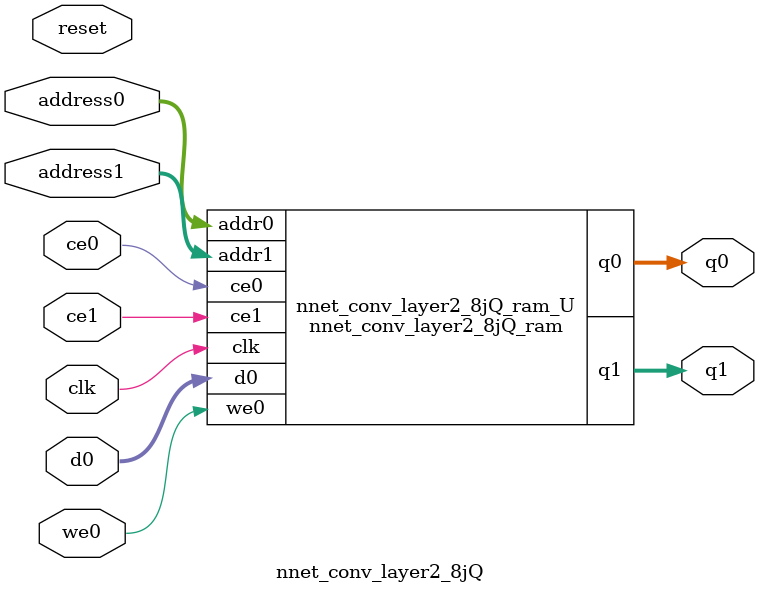
<source format=v>

`timescale 1 ns / 1 ps
module nnet_conv_layer2_8jQ_ram (addr0, ce0, d0, we0, q0, addr1, ce1, q1,  clk);

parameter DWIDTH = 23;
parameter AWIDTH = 12;
parameter MEM_SIZE = 2704;

input[AWIDTH-1:0] addr0;
input ce0;
input[DWIDTH-1:0] d0;
input we0;
output reg[DWIDTH-1:0] q0;
input[AWIDTH-1:0] addr1;
input ce1;
output reg[DWIDTH-1:0] q1;
input clk;

(* ram_style = "block" *)reg [DWIDTH-1:0] ram[0:MEM_SIZE-1];




always @(posedge clk)  
begin 
    if (ce0) 
    begin
        if (we0) 
        begin 
            ram[addr0] <= d0; 
            q0 <= d0;
        end 
        else 
            q0 <= ram[addr0];
    end
end


always @(posedge clk)  
begin 
    if (ce1) 
    begin
            q1 <= ram[addr1];
    end
end


endmodule


`timescale 1 ns / 1 ps
module nnet_conv_layer2_8jQ(
    reset,
    clk,
    address0,
    ce0,
    we0,
    d0,
    q0,
    address1,
    ce1,
    q1);

parameter DataWidth = 32'd23;
parameter AddressRange = 32'd2704;
parameter AddressWidth = 32'd12;
input reset;
input clk;
input[AddressWidth - 1:0] address0;
input ce0;
input we0;
input[DataWidth - 1:0] d0;
output[DataWidth - 1:0] q0;
input[AddressWidth - 1:0] address1;
input ce1;
output[DataWidth - 1:0] q1;



nnet_conv_layer2_8jQ_ram nnet_conv_layer2_8jQ_ram_U(
    .clk( clk ),
    .addr0( address0 ),
    .ce0( ce0 ),
    .d0( d0 ),
    .we0( we0 ),
    .q0( q0 ),
    .addr1( address1 ),
    .ce1( ce1 ),
    .q1( q1 ));

endmodule


</source>
